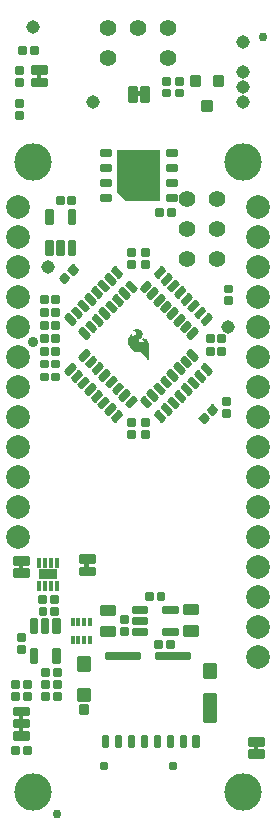
<source format=gbs>
G04 EAGLE Gerber RS-274X export*
G75*
%MOMM*%
%FSLAX34Y34*%
%LPD*%
%INSoldermask Bottom*%
%IPPOS*%
%AMOC8*
5,1,8,0,0,1.08239X$1,22.5*%
G01*
%ADD10C,2.006600*%
%ADD11C,0.777000*%
%ADD12C,0.223409*%
%ADD13C,0.225369*%
%ADD14C,0.228344*%
%ADD15R,0.440000X0.840000*%
%ADD16R,1.520000X0.940000*%
%ADD17C,3.175000*%
%ADD18C,0.762000*%
%ADD19C,0.225719*%
%ADD20C,0.228688*%
%ADD21C,0.235400*%
%ADD22C,1.397000*%
%ADD23C,0.231750*%
%ADD24C,0.230800*%
%ADD25C,1.143000*%
%ADD26C,0.889000*%
%ADD27R,0.400000X0.770000*%

G36*
X132316Y526506D02*
X132316Y526506D01*
X132333Y526503D01*
X132383Y526525D01*
X132434Y526540D01*
X132445Y526553D01*
X132461Y526560D01*
X132491Y526605D01*
X132526Y526645D01*
X132529Y526662D01*
X132538Y526677D01*
X132549Y526750D01*
X132549Y569000D01*
X132544Y569016D01*
X132547Y569033D01*
X132525Y569083D01*
X132510Y569134D01*
X132497Y569145D01*
X132490Y569161D01*
X132445Y569191D01*
X132405Y569226D01*
X132388Y569229D01*
X132374Y569238D01*
X132300Y569249D01*
X96300Y569249D01*
X96284Y569244D01*
X96267Y569247D01*
X96217Y569225D01*
X96166Y569210D01*
X96155Y569197D01*
X96139Y569190D01*
X96109Y569145D01*
X96074Y569105D01*
X96071Y569088D01*
X96062Y569074D01*
X96051Y569000D01*
X96051Y533250D01*
X96068Y533192D01*
X96080Y533134D01*
X96088Y533122D01*
X96090Y533116D01*
X96098Y533109D01*
X96124Y533074D01*
X102624Y526574D01*
X102676Y526545D01*
X102727Y526512D01*
X102741Y526510D01*
X102746Y526507D01*
X102757Y526507D01*
X102800Y526501D01*
X132300Y526501D01*
X132316Y526506D01*
G37*
G36*
X122605Y391722D02*
X122605Y391722D01*
X122631Y391723D01*
X122685Y391753D01*
X122743Y391775D01*
X122760Y391794D01*
X122783Y391806D01*
X122818Y391857D01*
X122860Y391902D01*
X122868Y391927D01*
X122883Y391948D01*
X122899Y392032D01*
X122910Y392068D01*
X122908Y392078D01*
X122910Y392090D01*
X122910Y405790D01*
X122906Y405810D01*
X122907Y405837D01*
X122807Y406637D01*
X122799Y406661D01*
X122796Y406694D01*
X122596Y407394D01*
X122577Y407428D01*
X122556Y407486D01*
X121956Y408486D01*
X121936Y408506D01*
X121868Y408587D01*
X121368Y408987D01*
X121363Y408989D01*
X121358Y408994D01*
X120958Y409294D01*
X120923Y409309D01*
X120871Y409343D01*
X120371Y409543D01*
X120342Y409547D01*
X120305Y409563D01*
X119805Y409663D01*
X119799Y409663D01*
X119793Y409665D01*
X119193Y409765D01*
X119166Y409763D01*
X119130Y409770D01*
X117930Y409770D01*
X117915Y409767D01*
X117900Y409769D01*
X117768Y409732D01*
X117761Y409731D01*
X117761Y409730D01*
X117760Y409730D01*
X117384Y409542D01*
X117360Y409530D01*
X117341Y409514D01*
X117317Y409505D01*
X117275Y409459D01*
X117227Y409419D01*
X117217Y409397D01*
X117200Y409378D01*
X117182Y409318D01*
X117156Y409261D01*
X117158Y409236D01*
X117150Y409212D01*
X117161Y409150D01*
X117164Y409088D01*
X117176Y409066D01*
X117180Y409041D01*
X117229Y408968D01*
X117247Y408936D01*
X117255Y408931D01*
X117261Y408921D01*
X117361Y408821D01*
X117393Y408801D01*
X117460Y408750D01*
X117860Y408550D01*
X117883Y408544D01*
X117910Y408529D01*
X118125Y408458D01*
X118598Y407985D01*
X118650Y407828D01*
X118650Y407552D01*
X118585Y407359D01*
X118435Y407132D01*
X117916Y406614D01*
X117521Y406456D01*
X117092Y406370D01*
X116377Y406370D01*
X115686Y406543D01*
X115190Y406874D01*
X114869Y407275D01*
X114710Y407752D01*
X114710Y408321D01*
X114957Y408979D01*
X115599Y409621D01*
X115604Y409630D01*
X115614Y409637D01*
X116414Y410537D01*
X116415Y410539D01*
X116416Y410540D01*
X117116Y411340D01*
X117132Y411369D01*
X117162Y411405D01*
X117662Y412305D01*
X117673Y412343D01*
X117701Y412408D01*
X117901Y413308D01*
X117901Y413310D01*
X117902Y413312D01*
X117901Y413341D01*
X117910Y413390D01*
X117910Y414190D01*
X117902Y414227D01*
X117891Y414310D01*
X117591Y415210D01*
X117572Y415241D01*
X117552Y415292D01*
X117052Y416092D01*
X117031Y416113D01*
X116963Y416190D01*
X116063Y416890D01*
X116039Y416901D01*
X116012Y416924D01*
X114912Y417524D01*
X114893Y417529D01*
X114879Y417539D01*
X114846Y417546D01*
X114798Y417564D01*
X113698Y417764D01*
X113669Y417763D01*
X113630Y417770D01*
X112630Y417770D01*
X112597Y417763D01*
X112548Y417761D01*
X111648Y417561D01*
X111615Y417545D01*
X111560Y417530D01*
X111554Y417527D01*
X110794Y417147D01*
X110160Y416830D01*
X110138Y416812D01*
X110102Y416794D01*
X109702Y416494D01*
X109687Y416476D01*
X109661Y416459D01*
X109561Y416359D01*
X109548Y416337D01*
X109528Y416321D01*
X109502Y416264D01*
X109470Y416212D01*
X109467Y416186D01*
X109457Y416162D01*
X109459Y416101D01*
X109453Y416039D01*
X109462Y416015D01*
X109463Y415989D01*
X109493Y415935D01*
X109515Y415877D01*
X109534Y415860D01*
X109546Y415837D01*
X109597Y415802D01*
X109642Y415760D01*
X109667Y415752D01*
X109688Y415737D01*
X109772Y415721D01*
X109808Y415710D01*
X109818Y415712D01*
X109830Y415710D01*
X109930Y415710D01*
X109945Y415713D01*
X109960Y415711D01*
X110092Y415748D01*
X110099Y415749D01*
X110099Y415750D01*
X110100Y415750D01*
X110220Y415810D01*
X110683Y415810D01*
X111038Y415721D01*
X111046Y415721D01*
X111055Y415717D01*
X111506Y415627D01*
X111829Y415465D01*
X112150Y415225D01*
X112301Y414999D01*
X112378Y414844D01*
X112450Y414628D01*
X112450Y414137D01*
X112377Y413846D01*
X112035Y413332D01*
X111480Y412778D01*
X111110Y412501D01*
X110839Y412320D01*
X110607Y412204D01*
X110497Y412149D01*
X109783Y411970D01*
X109592Y411970D01*
X109435Y412022D01*
X109243Y412215D01*
X109182Y412336D01*
X109110Y412552D01*
X109110Y413390D01*
X109098Y413441D01*
X109097Y413485D01*
X109089Y413499D01*
X109085Y413526D01*
X109075Y413541D01*
X109071Y413559D01*
X109029Y413610D01*
X109014Y413637D01*
X109006Y413642D01*
X108988Y413670D01*
X108972Y413679D01*
X108961Y413692D01*
X108897Y413721D01*
X108885Y413728D01*
X108872Y413737D01*
X108868Y413738D01*
X108837Y413755D01*
X108819Y413756D01*
X108802Y413763D01*
X108746Y413761D01*
X108730Y413764D01*
X108720Y413764D01*
X108710Y413762D01*
X108664Y413764D01*
X108645Y413757D01*
X108629Y413757D01*
X108595Y413738D01*
X108574Y413730D01*
X108552Y413725D01*
X108544Y413718D01*
X108528Y413712D01*
X107728Y413212D01*
X107701Y413185D01*
X107646Y413143D01*
X106846Y412243D01*
X106833Y412220D01*
X106809Y412194D01*
X106109Y411094D01*
X106097Y411060D01*
X106069Y411010D01*
X105569Y409510D01*
X105567Y409488D01*
X105556Y409460D01*
X105256Y407860D01*
X105258Y407824D01*
X105250Y407768D01*
X105350Y406068D01*
X105359Y406037D01*
X105362Y405993D01*
X105862Y404093D01*
X105880Y404061D01*
X105898Y404005D01*
X106898Y402205D01*
X106915Y402187D01*
X106930Y402157D01*
X107630Y401257D01*
X107646Y401243D01*
X107661Y401221D01*
X108461Y400421D01*
X108471Y400415D01*
X108480Y400404D01*
X109280Y399704D01*
X109305Y399690D01*
X109334Y399664D01*
X110334Y399064D01*
X110359Y399056D01*
X110389Y399037D01*
X111389Y398637D01*
X111408Y398634D01*
X111430Y398623D01*
X112530Y398323D01*
X112547Y398323D01*
X112568Y398315D01*
X113768Y398115D01*
X113794Y398117D01*
X113830Y398110D01*
X115699Y398110D01*
X116196Y398027D01*
X117094Y397488D01*
X118051Y396532D01*
X119241Y395143D01*
X119252Y395135D01*
X119261Y395121D01*
X120449Y393933D01*
X120938Y393347D01*
X120950Y393337D01*
X120961Y393321D01*
X121428Y392854D01*
X121704Y392394D01*
X121729Y392368D01*
X121761Y392321D01*
X122261Y391821D01*
X122283Y391808D01*
X122299Y391788D01*
X122356Y391762D01*
X122408Y391730D01*
X122434Y391727D01*
X122458Y391717D01*
X122519Y391719D01*
X122581Y391713D01*
X122605Y391722D01*
G37*
G36*
X31335Y629472D02*
X31335Y629472D01*
X31401Y629474D01*
X31444Y629492D01*
X31491Y629500D01*
X31548Y629534D01*
X31608Y629559D01*
X31643Y629590D01*
X31684Y629615D01*
X31726Y629666D01*
X31774Y629710D01*
X31796Y629752D01*
X31825Y629789D01*
X31846Y629851D01*
X31877Y629910D01*
X31885Y629964D01*
X31897Y630001D01*
X31896Y630041D01*
X31904Y630095D01*
X31904Y633905D01*
X31893Y633970D01*
X31891Y634036D01*
X31873Y634079D01*
X31865Y634126D01*
X31831Y634183D01*
X31806Y634243D01*
X31775Y634278D01*
X31750Y634319D01*
X31699Y634361D01*
X31655Y634409D01*
X31613Y634431D01*
X31576Y634460D01*
X31514Y634481D01*
X31455Y634512D01*
X31401Y634520D01*
X31364Y634532D01*
X31324Y634531D01*
X31270Y634539D01*
X28730Y634539D01*
X28665Y634528D01*
X28599Y634526D01*
X28556Y634508D01*
X28509Y634500D01*
X28452Y634466D01*
X28392Y634441D01*
X28357Y634410D01*
X28316Y634385D01*
X28275Y634334D01*
X28226Y634290D01*
X28204Y634248D01*
X28175Y634211D01*
X28154Y634149D01*
X28123Y634090D01*
X28115Y634036D01*
X28103Y633999D01*
X28103Y633995D01*
X28103Y633994D01*
X28104Y633959D01*
X28096Y633905D01*
X28096Y630095D01*
X28107Y630030D01*
X28109Y629964D01*
X28127Y629921D01*
X28135Y629874D01*
X28169Y629817D01*
X28194Y629757D01*
X28225Y629722D01*
X28250Y629681D01*
X28301Y629640D01*
X28345Y629591D01*
X28387Y629569D01*
X28424Y629540D01*
X28486Y629519D01*
X28545Y629488D01*
X28599Y629480D01*
X28636Y629468D01*
X28676Y629469D01*
X28730Y629461D01*
X31270Y629461D01*
X31335Y629472D01*
G37*
G36*
X71835Y215472D02*
X71835Y215472D01*
X71901Y215474D01*
X71944Y215492D01*
X71991Y215500D01*
X72048Y215534D01*
X72108Y215559D01*
X72143Y215590D01*
X72184Y215615D01*
X72226Y215666D01*
X72274Y215710D01*
X72296Y215752D01*
X72325Y215789D01*
X72346Y215851D01*
X72377Y215910D01*
X72385Y215964D01*
X72397Y216001D01*
X72396Y216041D01*
X72404Y216095D01*
X72404Y219905D01*
X72393Y219970D01*
X72391Y220036D01*
X72373Y220079D01*
X72365Y220126D01*
X72331Y220183D01*
X72306Y220243D01*
X72275Y220278D01*
X72250Y220319D01*
X72199Y220361D01*
X72155Y220409D01*
X72113Y220431D01*
X72076Y220460D01*
X72014Y220481D01*
X71955Y220512D01*
X71901Y220520D01*
X71864Y220532D01*
X71824Y220531D01*
X71770Y220539D01*
X69230Y220539D01*
X69165Y220528D01*
X69099Y220526D01*
X69056Y220508D01*
X69009Y220500D01*
X68952Y220466D01*
X68892Y220441D01*
X68857Y220410D01*
X68816Y220385D01*
X68775Y220334D01*
X68726Y220290D01*
X68704Y220248D01*
X68675Y220211D01*
X68654Y220149D01*
X68623Y220090D01*
X68615Y220036D01*
X68603Y219999D01*
X68603Y219995D01*
X68603Y219994D01*
X68604Y219959D01*
X68596Y219905D01*
X68596Y216095D01*
X68607Y216030D01*
X68609Y215964D01*
X68627Y215921D01*
X68635Y215874D01*
X68669Y215817D01*
X68694Y215757D01*
X68725Y215722D01*
X68750Y215681D01*
X68801Y215640D01*
X68845Y215591D01*
X68887Y215569D01*
X68924Y215540D01*
X68986Y215519D01*
X69045Y215488D01*
X69099Y215480D01*
X69136Y215468D01*
X69176Y215469D01*
X69230Y215461D01*
X71770Y215461D01*
X71835Y215472D01*
G37*
G36*
X16215Y214032D02*
X16215Y214032D01*
X16281Y214034D01*
X16324Y214052D01*
X16371Y214060D01*
X16428Y214094D01*
X16488Y214119D01*
X16523Y214150D01*
X16564Y214175D01*
X16606Y214226D01*
X16654Y214270D01*
X16676Y214312D01*
X16705Y214349D01*
X16726Y214411D01*
X16757Y214470D01*
X16765Y214524D01*
X16777Y214561D01*
X16776Y214601D01*
X16784Y214655D01*
X16784Y218465D01*
X16773Y218530D01*
X16771Y218596D01*
X16753Y218639D01*
X16745Y218686D01*
X16711Y218743D01*
X16686Y218803D01*
X16655Y218838D01*
X16630Y218879D01*
X16579Y218921D01*
X16535Y218969D01*
X16493Y218991D01*
X16456Y219020D01*
X16394Y219041D01*
X16335Y219072D01*
X16281Y219080D01*
X16244Y219092D01*
X16204Y219091D01*
X16150Y219099D01*
X13610Y219099D01*
X13545Y219088D01*
X13479Y219086D01*
X13436Y219068D01*
X13389Y219060D01*
X13332Y219026D01*
X13272Y219001D01*
X13237Y218970D01*
X13196Y218945D01*
X13155Y218894D01*
X13106Y218850D01*
X13084Y218808D01*
X13055Y218771D01*
X13034Y218709D01*
X13003Y218650D01*
X12995Y218596D01*
X12983Y218559D01*
X12983Y218555D01*
X12983Y218554D01*
X12984Y218519D01*
X12976Y218465D01*
X12976Y214655D01*
X12987Y214590D01*
X12989Y214524D01*
X13007Y214481D01*
X13015Y214434D01*
X13049Y214377D01*
X13074Y214317D01*
X13105Y214282D01*
X13130Y214241D01*
X13181Y214200D01*
X13225Y214151D01*
X13267Y214129D01*
X13304Y214100D01*
X13366Y214079D01*
X13425Y214048D01*
X13479Y214040D01*
X13516Y214028D01*
X13556Y214029D01*
X13610Y214021D01*
X16150Y214021D01*
X16215Y214032D01*
G37*
G36*
X16335Y86552D02*
X16335Y86552D01*
X16401Y86554D01*
X16444Y86572D01*
X16491Y86580D01*
X16548Y86614D01*
X16608Y86639D01*
X16643Y86670D01*
X16684Y86695D01*
X16726Y86746D01*
X16774Y86790D01*
X16796Y86832D01*
X16825Y86869D01*
X16846Y86931D01*
X16877Y86990D01*
X16885Y87044D01*
X16897Y87081D01*
X16896Y87121D01*
X16904Y87175D01*
X16904Y90985D01*
X16893Y91050D01*
X16891Y91116D01*
X16873Y91159D01*
X16865Y91206D01*
X16831Y91263D01*
X16806Y91323D01*
X16775Y91358D01*
X16750Y91399D01*
X16699Y91441D01*
X16655Y91489D01*
X16613Y91511D01*
X16576Y91540D01*
X16514Y91561D01*
X16455Y91592D01*
X16401Y91600D01*
X16364Y91612D01*
X16324Y91611D01*
X16270Y91619D01*
X13730Y91619D01*
X13665Y91608D01*
X13599Y91606D01*
X13556Y91588D01*
X13509Y91580D01*
X13452Y91546D01*
X13392Y91521D01*
X13357Y91490D01*
X13316Y91465D01*
X13275Y91414D01*
X13226Y91370D01*
X13204Y91328D01*
X13175Y91291D01*
X13154Y91229D01*
X13123Y91170D01*
X13115Y91116D01*
X13103Y91079D01*
X13103Y91075D01*
X13103Y91074D01*
X13104Y91039D01*
X13096Y90985D01*
X13096Y87175D01*
X13107Y87110D01*
X13109Y87044D01*
X13127Y87001D01*
X13135Y86954D01*
X13169Y86897D01*
X13194Y86837D01*
X13225Y86802D01*
X13250Y86761D01*
X13301Y86720D01*
X13345Y86671D01*
X13387Y86649D01*
X13424Y86620D01*
X13486Y86599D01*
X13545Y86568D01*
X13599Y86560D01*
X13636Y86548D01*
X13676Y86549D01*
X13730Y86541D01*
X16270Y86541D01*
X16335Y86552D01*
G37*
G36*
X16335Y76392D02*
X16335Y76392D01*
X16401Y76394D01*
X16444Y76412D01*
X16491Y76420D01*
X16548Y76454D01*
X16608Y76479D01*
X16643Y76510D01*
X16684Y76535D01*
X16726Y76586D01*
X16774Y76630D01*
X16796Y76672D01*
X16825Y76709D01*
X16846Y76771D01*
X16877Y76830D01*
X16885Y76884D01*
X16897Y76921D01*
X16896Y76961D01*
X16904Y77015D01*
X16904Y80825D01*
X16893Y80890D01*
X16891Y80956D01*
X16873Y80999D01*
X16865Y81046D01*
X16831Y81103D01*
X16806Y81163D01*
X16775Y81198D01*
X16750Y81239D01*
X16699Y81281D01*
X16655Y81329D01*
X16613Y81351D01*
X16576Y81380D01*
X16514Y81401D01*
X16455Y81432D01*
X16401Y81440D01*
X16364Y81452D01*
X16324Y81451D01*
X16270Y81459D01*
X13730Y81459D01*
X13665Y81448D01*
X13599Y81446D01*
X13556Y81428D01*
X13509Y81420D01*
X13452Y81386D01*
X13392Y81361D01*
X13357Y81330D01*
X13316Y81305D01*
X13275Y81254D01*
X13226Y81210D01*
X13204Y81168D01*
X13175Y81131D01*
X13154Y81069D01*
X13123Y81010D01*
X13115Y80956D01*
X13103Y80919D01*
X13103Y80915D01*
X13103Y80914D01*
X13104Y80879D01*
X13096Y80825D01*
X13096Y77015D01*
X13107Y76950D01*
X13109Y76884D01*
X13127Y76841D01*
X13135Y76794D01*
X13169Y76737D01*
X13194Y76677D01*
X13225Y76642D01*
X13250Y76601D01*
X13301Y76560D01*
X13345Y76511D01*
X13387Y76489D01*
X13424Y76460D01*
X13486Y76439D01*
X13545Y76408D01*
X13599Y76400D01*
X13636Y76388D01*
X13676Y76389D01*
X13730Y76381D01*
X16270Y76381D01*
X16335Y76392D01*
G37*
G36*
X214955Y60844D02*
X214955Y60844D01*
X215021Y60846D01*
X215064Y60864D01*
X215111Y60872D01*
X215168Y60906D01*
X215228Y60931D01*
X215263Y60962D01*
X215304Y60987D01*
X215346Y61038D01*
X215394Y61082D01*
X215416Y61124D01*
X215445Y61161D01*
X215466Y61223D01*
X215497Y61282D01*
X215505Y61336D01*
X215517Y61373D01*
X215516Y61413D01*
X215524Y61467D01*
X215524Y65277D01*
X215513Y65342D01*
X215511Y65408D01*
X215493Y65451D01*
X215485Y65498D01*
X215451Y65555D01*
X215426Y65615D01*
X215395Y65650D01*
X215370Y65691D01*
X215319Y65733D01*
X215275Y65781D01*
X215233Y65803D01*
X215196Y65832D01*
X215134Y65853D01*
X215075Y65884D01*
X215021Y65892D01*
X214984Y65904D01*
X214944Y65903D01*
X214890Y65911D01*
X212350Y65911D01*
X212285Y65900D01*
X212219Y65898D01*
X212176Y65880D01*
X212129Y65872D01*
X212072Y65838D01*
X212012Y65813D01*
X211977Y65782D01*
X211936Y65757D01*
X211895Y65706D01*
X211846Y65662D01*
X211824Y65620D01*
X211795Y65583D01*
X211774Y65521D01*
X211743Y65462D01*
X211735Y65408D01*
X211723Y65371D01*
X211723Y65367D01*
X211723Y65366D01*
X211724Y65331D01*
X211716Y65277D01*
X211716Y61467D01*
X211727Y61402D01*
X211729Y61336D01*
X211747Y61293D01*
X211755Y61246D01*
X211789Y61189D01*
X211814Y61129D01*
X211845Y61094D01*
X211870Y61053D01*
X211921Y61012D01*
X211965Y60963D01*
X212007Y60941D01*
X212044Y60912D01*
X212106Y60891D01*
X212165Y60860D01*
X212219Y60852D01*
X212256Y60840D01*
X212296Y60841D01*
X212350Y60833D01*
X214890Y60833D01*
X214955Y60844D01*
G37*
G36*
X116270Y615107D02*
X116270Y615107D01*
X116336Y615109D01*
X116379Y615127D01*
X116426Y615135D01*
X116483Y615169D01*
X116543Y615194D01*
X116578Y615225D01*
X116619Y615250D01*
X116661Y615301D01*
X116709Y615345D01*
X116731Y615387D01*
X116760Y615424D01*
X116781Y615486D01*
X116812Y615545D01*
X116820Y615599D01*
X116832Y615636D01*
X116831Y615676D01*
X116839Y615730D01*
X116839Y618270D01*
X116828Y618335D01*
X116826Y618401D01*
X116808Y618444D01*
X116800Y618491D01*
X116766Y618548D01*
X116741Y618608D01*
X116710Y618643D01*
X116685Y618684D01*
X116634Y618726D01*
X116590Y618774D01*
X116548Y618796D01*
X116511Y618825D01*
X116449Y618846D01*
X116390Y618877D01*
X116336Y618885D01*
X116299Y618897D01*
X116259Y618896D01*
X116205Y618904D01*
X112395Y618904D01*
X112330Y618893D01*
X112264Y618891D01*
X112221Y618873D01*
X112174Y618865D01*
X112117Y618831D01*
X112057Y618806D01*
X112022Y618775D01*
X111981Y618750D01*
X111940Y618699D01*
X111891Y618655D01*
X111869Y618613D01*
X111840Y618576D01*
X111819Y618514D01*
X111788Y618455D01*
X111780Y618401D01*
X111768Y618364D01*
X111768Y618361D01*
X111769Y618324D01*
X111761Y618270D01*
X111761Y615730D01*
X111772Y615665D01*
X111774Y615599D01*
X111792Y615556D01*
X111800Y615509D01*
X111834Y615452D01*
X111859Y615392D01*
X111890Y615357D01*
X111915Y615316D01*
X111966Y615275D01*
X112010Y615226D01*
X112052Y615204D01*
X112089Y615175D01*
X112151Y615154D01*
X112210Y615123D01*
X112264Y615115D01*
X112301Y615103D01*
X112341Y615104D01*
X112395Y615096D01*
X116205Y615096D01*
X116270Y615107D01*
G37*
D10*
X215900Y520700D03*
X215900Y495300D03*
X215900Y469900D03*
X215900Y444500D03*
X215900Y419100D03*
X215900Y393700D03*
X215900Y368300D03*
X215900Y342900D03*
X215900Y317500D03*
X215900Y292100D03*
X215900Y266700D03*
X215900Y241300D03*
X215900Y215900D03*
X215900Y190500D03*
X215900Y165100D03*
X215900Y139700D03*
X12700Y241300D03*
X12700Y266700D03*
X12700Y292100D03*
X12700Y317500D03*
X12700Y342900D03*
X12700Y368300D03*
X12700Y393700D03*
X12700Y419100D03*
X12700Y444500D03*
X12700Y469900D03*
X12700Y495300D03*
X12700Y520700D03*
D11*
X85400Y47526D03*
X143200Y47526D03*
D12*
X120517Y159232D02*
X120517Y163768D01*
X120517Y159232D02*
X109481Y159232D01*
X109481Y163768D01*
X120517Y163768D01*
X120517Y161354D02*
X109481Y161354D01*
X109481Y163476D02*
X120517Y163476D01*
X120517Y168732D02*
X120517Y173268D01*
X120517Y168732D02*
X109481Y168732D01*
X109481Y173268D01*
X120517Y173268D01*
X120517Y170854D02*
X109481Y170854D01*
X109481Y172976D02*
X120517Y172976D01*
X120517Y178232D02*
X120517Y182768D01*
X120517Y178232D02*
X109481Y178232D01*
X109481Y182768D01*
X120517Y182768D01*
X120517Y180354D02*
X109481Y180354D01*
X109481Y182476D02*
X120517Y182476D01*
X146519Y182768D02*
X146519Y178232D01*
X135483Y178232D01*
X135483Y182768D01*
X146519Y182768D01*
X146519Y180354D02*
X135483Y180354D01*
X135483Y182476D02*
X146519Y182476D01*
X146519Y163768D02*
X146519Y159232D01*
X135483Y159232D01*
X135483Y163768D01*
X146519Y163768D01*
X146519Y161354D02*
X135483Y161354D01*
X135483Y163476D02*
X146519Y163476D01*
X27748Y161563D02*
X23212Y161563D01*
X23212Y172599D01*
X27748Y172599D01*
X27748Y161563D01*
X27748Y163685D02*
X23212Y163685D01*
X23212Y165807D02*
X27748Y165807D01*
X27748Y167929D02*
X23212Y167929D01*
X23212Y170051D02*
X27748Y170051D01*
X27748Y172173D02*
X23212Y172173D01*
X32712Y161563D02*
X37248Y161563D01*
X32712Y161563D02*
X32712Y172599D01*
X37248Y172599D01*
X37248Y161563D01*
X37248Y163685D02*
X32712Y163685D01*
X32712Y165807D02*
X37248Y165807D01*
X37248Y167929D02*
X32712Y167929D01*
X32712Y170051D02*
X37248Y170051D01*
X37248Y172173D02*
X32712Y172173D01*
X42212Y161563D02*
X46748Y161563D01*
X42212Y161563D02*
X42212Y172599D01*
X46748Y172599D01*
X46748Y161563D01*
X46748Y163685D02*
X42212Y163685D01*
X42212Y165807D02*
X46748Y165807D01*
X46748Y167929D02*
X42212Y167929D01*
X42212Y170051D02*
X46748Y170051D01*
X46748Y172173D02*
X42212Y172173D01*
X42212Y135561D02*
X46748Y135561D01*
X42212Y135561D02*
X42212Y146597D01*
X46748Y146597D01*
X46748Y135561D01*
X46748Y137683D02*
X42212Y137683D01*
X42212Y139805D02*
X46748Y139805D01*
X46748Y141927D02*
X42212Y141927D01*
X42212Y144049D02*
X46748Y144049D01*
X46748Y146171D02*
X42212Y146171D01*
X27748Y135561D02*
X23212Y135561D01*
X23212Y146597D01*
X27748Y146597D01*
X27748Y135561D01*
X27748Y137683D02*
X23212Y137683D01*
X23212Y139805D02*
X27748Y139805D01*
X27748Y141927D02*
X23212Y141927D01*
X23212Y144049D02*
X27748Y144049D01*
X27748Y146171D02*
X23212Y146171D01*
D13*
X42552Y129648D02*
X47568Y129648D01*
X47568Y124632D01*
X42552Y124632D01*
X42552Y129648D01*
X42552Y126773D02*
X47568Y126773D01*
X47568Y128914D02*
X42552Y128914D01*
X37568Y129648D02*
X32552Y129648D01*
X37568Y129648D02*
X37568Y124632D01*
X32552Y124632D01*
X32552Y129648D01*
X32552Y126773D02*
X37568Y126773D01*
X37568Y128914D02*
X32552Y128914D01*
X40572Y181128D02*
X45588Y181128D01*
X45588Y176112D01*
X40572Y176112D01*
X40572Y181128D01*
X40572Y178253D02*
X45588Y178253D01*
X45588Y180394D02*
X40572Y180394D01*
X35588Y181128D02*
X30572Y181128D01*
X35588Y181128D02*
X35588Y176112D01*
X30572Y176112D01*
X30572Y181128D01*
X30572Y178253D02*
X35588Y178253D01*
X35588Y180394D02*
X30572Y180394D01*
X32492Y114492D02*
X37508Y114492D01*
X32492Y114492D02*
X32492Y119508D01*
X37508Y119508D01*
X37508Y114492D01*
X37508Y116633D02*
X32492Y116633D01*
X32492Y118774D02*
X37508Y118774D01*
X42492Y114492D02*
X47508Y114492D01*
X42492Y114492D02*
X42492Y119508D01*
X47508Y119508D01*
X47508Y114492D01*
X47508Y116633D02*
X42492Y116633D01*
X42492Y118774D02*
X47508Y118774D01*
X12672Y154432D02*
X12672Y159448D01*
X17688Y159448D01*
X17688Y154432D01*
X12672Y154432D01*
X12672Y156573D02*
X17688Y156573D01*
X17688Y158714D02*
X12672Y158714D01*
X12672Y149448D02*
X12672Y144432D01*
X12672Y149448D02*
X17688Y149448D01*
X17688Y144432D01*
X12672Y144432D01*
X12672Y146573D02*
X17688Y146573D01*
X17688Y148714D02*
X12672Y148714D01*
D14*
X9036Y218971D02*
X9036Y224563D01*
X20724Y224563D01*
X20724Y218971D01*
X9036Y218971D01*
X9036Y221140D02*
X20724Y221140D01*
X20724Y223309D02*
X9036Y223309D01*
X9036Y214149D02*
X9036Y208557D01*
X9036Y214149D02*
X20724Y214149D01*
X20724Y208557D01*
X9036Y208557D01*
X9036Y210726D02*
X20724Y210726D01*
X20724Y212895D02*
X9036Y212895D01*
D15*
X45500Y219900D03*
X40500Y219900D03*
X35500Y219900D03*
X30500Y219900D03*
X30500Y199900D03*
X35500Y199900D03*
X40500Y199900D03*
X45500Y199900D03*
D16*
X38000Y210000D03*
D13*
X35508Y186492D02*
X30492Y186492D01*
X30492Y191508D01*
X35508Y191508D01*
X35508Y186492D01*
X35508Y188633D02*
X30492Y188633D01*
X30492Y190774D02*
X35508Y190774D01*
X40492Y186492D02*
X45508Y186492D01*
X40492Y186492D02*
X40492Y191508D01*
X45508Y191508D01*
X45508Y186492D01*
X45508Y188633D02*
X40492Y188633D01*
X40492Y190774D02*
X45508Y190774D01*
D14*
X207776Y71375D02*
X207776Y65783D01*
X207776Y71375D02*
X219464Y71375D01*
X219464Y65783D01*
X207776Y65783D01*
X207776Y67952D02*
X219464Y67952D01*
X219464Y70121D02*
X207776Y70121D01*
X207776Y60961D02*
X207776Y55369D01*
X207776Y60961D02*
X219464Y60961D01*
X219464Y55369D01*
X207776Y55369D01*
X207776Y57538D02*
X219464Y57538D01*
X219464Y59707D02*
X207776Y59707D01*
X9156Y91618D02*
X9156Y97210D01*
X20844Y97210D01*
X20844Y91618D01*
X9156Y91618D01*
X9156Y93787D02*
X20844Y93787D01*
X20844Y95956D02*
X9156Y95956D01*
X9156Y86796D02*
X9156Y81204D01*
X9156Y86796D02*
X20844Y86796D01*
X20844Y81204D01*
X9156Y81204D01*
X9156Y83373D02*
X20844Y83373D01*
X20844Y85542D02*
X9156Y85542D01*
X9156Y76382D02*
X9156Y70790D01*
X9156Y76382D02*
X20844Y76382D01*
X20844Y70790D01*
X9156Y70790D01*
X9156Y72959D02*
X20844Y72959D01*
X20844Y75128D02*
X9156Y75128D01*
D13*
X17492Y63508D02*
X22508Y63508D01*
X22508Y58492D01*
X17492Y58492D01*
X17492Y63508D01*
X17492Y60633D02*
X22508Y60633D01*
X22508Y62774D02*
X17492Y62774D01*
X12508Y63508D02*
X7492Y63508D01*
X12508Y63508D02*
X12508Y58492D01*
X7492Y58492D01*
X7492Y63508D01*
X7492Y60633D02*
X12508Y60633D01*
X12508Y62774D02*
X7492Y62774D01*
X17492Y109508D02*
X22508Y109508D01*
X22508Y104492D01*
X17492Y104492D01*
X17492Y109508D01*
X17492Y106633D02*
X22508Y106633D01*
X22508Y108774D02*
X17492Y108774D01*
X12508Y109508D02*
X7492Y109508D01*
X12508Y109508D02*
X12508Y104492D01*
X7492Y104492D01*
X7492Y109508D01*
X7492Y106633D02*
X12508Y106633D01*
X12508Y108774D02*
X7492Y108774D01*
D17*
X25400Y25400D03*
X203200Y25400D03*
D18*
X45000Y7500D03*
X220000Y665000D03*
D19*
X87919Y73449D02*
X87919Y64435D01*
X83905Y64435D01*
X83905Y73449D01*
X87919Y73449D01*
X87919Y66579D02*
X83905Y66579D01*
X83905Y68723D02*
X87919Y68723D01*
X87919Y70867D02*
X83905Y70867D01*
X83905Y73011D02*
X87919Y73011D01*
X98919Y73449D02*
X98919Y64435D01*
X94905Y64435D01*
X94905Y73449D01*
X98919Y73449D01*
X98919Y66579D02*
X94905Y66579D01*
X94905Y68723D02*
X98919Y68723D01*
X98919Y70867D02*
X94905Y70867D01*
X94905Y73011D02*
X98919Y73011D01*
X109919Y73449D02*
X109919Y64435D01*
X105905Y64435D01*
X105905Y73449D01*
X109919Y73449D01*
X109919Y66579D02*
X105905Y66579D01*
X105905Y68723D02*
X109919Y68723D01*
X109919Y70867D02*
X105905Y70867D01*
X105905Y73011D02*
X109919Y73011D01*
X120919Y73449D02*
X120919Y64435D01*
X116905Y64435D01*
X116905Y73449D01*
X120919Y73449D01*
X120919Y66579D02*
X116905Y66579D01*
X116905Y68723D02*
X120919Y68723D01*
X120919Y70867D02*
X116905Y70867D01*
X116905Y73011D02*
X120919Y73011D01*
X131919Y73449D02*
X131919Y64435D01*
X127905Y64435D01*
X127905Y73449D01*
X131919Y73449D01*
X131919Y66579D02*
X127905Y66579D01*
X127905Y68723D02*
X131919Y68723D01*
X131919Y70867D02*
X127905Y70867D01*
X127905Y73011D02*
X131919Y73011D01*
X142919Y73449D02*
X142919Y64435D01*
X138905Y64435D01*
X138905Y73449D01*
X142919Y73449D01*
X142919Y66579D02*
X138905Y66579D01*
X138905Y68723D02*
X142919Y68723D01*
X142919Y70867D02*
X138905Y70867D01*
X138905Y73011D02*
X142919Y73011D01*
X153919Y73449D02*
X153919Y64435D01*
X149905Y64435D01*
X149905Y73449D01*
X153919Y73449D01*
X153919Y66579D02*
X149905Y66579D01*
X149905Y68723D02*
X153919Y68723D01*
X153919Y70867D02*
X149905Y70867D01*
X149905Y73011D02*
X153919Y73011D01*
X164919Y73449D02*
X164919Y64435D01*
X160905Y64435D01*
X160905Y73449D01*
X164919Y73449D01*
X164919Y66579D02*
X160905Y66579D01*
X160905Y68723D02*
X164919Y68723D01*
X164919Y70867D02*
X160905Y70867D01*
X160905Y73011D02*
X164919Y73011D01*
D20*
X71004Y92350D02*
X64820Y92350D01*
X64820Y99134D01*
X71004Y99134D01*
X71004Y92350D01*
X71004Y94523D02*
X64820Y94523D01*
X64820Y96696D02*
X71004Y96696D01*
X71004Y98869D02*
X64820Y98869D01*
D21*
X72620Y103584D02*
X72620Y113300D01*
X72620Y103584D02*
X63204Y103584D01*
X63204Y113300D01*
X72620Y113300D01*
X72620Y105820D02*
X63204Y105820D01*
X63204Y108056D02*
X72620Y108056D01*
X72620Y110292D02*
X63204Y110292D01*
X63204Y112528D02*
X72620Y112528D01*
X72620Y129084D02*
X72620Y140000D01*
X72620Y129084D02*
X63204Y129084D01*
X63204Y140000D01*
X72620Y140000D01*
X72620Y131320D02*
X63204Y131320D01*
X63204Y133556D02*
X72620Y133556D01*
X72620Y135792D02*
X63204Y135792D01*
X63204Y138028D02*
X72620Y138028D01*
X179370Y134300D02*
X179370Y123384D01*
X169954Y123384D01*
X169954Y134300D01*
X179370Y134300D01*
X179370Y125620D02*
X169954Y125620D01*
X169954Y127856D02*
X179370Y127856D01*
X179370Y130092D02*
X169954Y130092D01*
X169954Y132328D02*
X179370Y132328D01*
X179370Y108400D02*
X179370Y85584D01*
X169954Y85584D01*
X169954Y108400D01*
X179370Y108400D01*
X179370Y87820D02*
X169954Y87820D01*
X169954Y90056D02*
X179370Y90056D01*
X179370Y92292D02*
X169954Y92292D01*
X169954Y94528D02*
X179370Y94528D01*
X179370Y96764D02*
X169954Y96764D01*
X169954Y99000D02*
X179370Y99000D01*
X179370Y101236D02*
X169954Y101236D01*
X169954Y103472D02*
X179370Y103472D01*
X179370Y105708D02*
X169954Y105708D01*
X169954Y107944D02*
X179370Y107944D01*
D12*
X156930Y143560D02*
X128794Y143560D01*
X156930Y143560D02*
X156930Y139024D01*
X128794Y139024D01*
X128794Y143560D01*
X128794Y141146D02*
X156930Y141146D01*
X156930Y143268D02*
X128794Y143268D01*
X115030Y143560D02*
X86894Y143560D01*
X115030Y143560D02*
X115030Y139024D01*
X86894Y139024D01*
X86894Y143560D01*
X86894Y141146D02*
X115030Y141146D01*
X115030Y143268D02*
X86894Y143268D01*
D19*
X82793Y526943D02*
X82793Y530957D01*
X90307Y530957D01*
X90307Y526943D01*
X82793Y526943D01*
X82793Y529087D02*
X90307Y529087D01*
X82793Y539643D02*
X82793Y543657D01*
X90307Y543657D01*
X90307Y539643D01*
X82793Y539643D01*
X82793Y541787D02*
X90307Y541787D01*
X82793Y552343D02*
X82793Y556357D01*
X90307Y556357D01*
X90307Y552343D01*
X82793Y552343D01*
X82793Y554487D02*
X90307Y554487D01*
X82793Y565043D02*
X82793Y569057D01*
X90307Y569057D01*
X90307Y565043D01*
X82793Y565043D01*
X82793Y567187D02*
X90307Y567187D01*
X138293Y556357D02*
X138293Y552343D01*
X138293Y556357D02*
X145807Y556357D01*
X145807Y552343D01*
X138293Y552343D01*
X138293Y554487D02*
X145807Y554487D01*
X138293Y565043D02*
X138293Y569057D01*
X145807Y569057D01*
X145807Y565043D01*
X138293Y565043D01*
X138293Y567187D02*
X145807Y567187D01*
X138293Y543657D02*
X138293Y539643D01*
X138293Y543657D02*
X145807Y543657D01*
X145807Y539643D01*
X138293Y539643D01*
X138293Y541787D02*
X145807Y541787D01*
X138293Y530957D02*
X138293Y526943D01*
X138293Y530957D02*
X145807Y530957D01*
X145807Y526943D01*
X138293Y526943D01*
X138293Y529087D02*
X145807Y529087D01*
D13*
X192508Y444508D02*
X192508Y439492D01*
X187492Y439492D01*
X187492Y444508D01*
X192508Y444508D01*
X192508Y441633D02*
X187492Y441633D01*
X187492Y443774D02*
X192508Y443774D01*
X192508Y449492D02*
X192508Y454508D01*
X192508Y449492D02*
X187492Y449492D01*
X187492Y454508D01*
X192508Y454508D01*
X192508Y451633D02*
X187492Y451633D01*
X187492Y453774D02*
X192508Y453774D01*
X117492Y341508D02*
X117492Y336492D01*
X117492Y341508D02*
X122508Y341508D01*
X122508Y336492D01*
X117492Y336492D01*
X117492Y338633D02*
X122508Y338633D01*
X122508Y340774D02*
X117492Y340774D01*
X117492Y331508D02*
X117492Y326492D01*
X117492Y331508D02*
X122508Y331508D01*
X122508Y326492D01*
X117492Y326492D01*
X117492Y328633D02*
X122508Y328633D01*
X122508Y330774D02*
X117492Y330774D01*
X46508Y446008D02*
X41492Y446008D01*
X46508Y446008D02*
X46508Y440992D01*
X41492Y440992D01*
X41492Y446008D01*
X41492Y443133D02*
X46508Y443133D01*
X46508Y445274D02*
X41492Y445274D01*
X36508Y446008D02*
X31492Y446008D01*
X36508Y446008D02*
X36508Y440992D01*
X31492Y440992D01*
X31492Y446008D01*
X31492Y443133D02*
X36508Y443133D01*
X36508Y445274D02*
X31492Y445274D01*
X117492Y480492D02*
X117492Y485508D01*
X122508Y485508D01*
X122508Y480492D01*
X117492Y480492D01*
X117492Y482633D02*
X122508Y482633D01*
X122508Y484774D02*
X117492Y484774D01*
X117492Y475508D02*
X117492Y470492D01*
X117492Y475508D02*
X122508Y475508D01*
X122508Y470492D01*
X117492Y470492D01*
X117492Y472633D02*
X122508Y472633D01*
X122508Y474774D02*
X117492Y474774D01*
X185992Y359508D02*
X185992Y354492D01*
X185992Y359508D02*
X191008Y359508D01*
X191008Y354492D01*
X185992Y354492D01*
X185992Y356633D02*
X191008Y356633D01*
X191008Y358774D02*
X185992Y358774D01*
X185992Y349508D02*
X185992Y344492D01*
X185992Y349508D02*
X191008Y349508D01*
X191008Y344492D01*
X185992Y344492D01*
X185992Y346633D02*
X191008Y346633D01*
X191008Y348774D02*
X185992Y348774D01*
X105492Y341508D02*
X105492Y336492D01*
X105492Y341508D02*
X110508Y341508D01*
X110508Y336492D01*
X105492Y336492D01*
X105492Y338633D02*
X110508Y338633D01*
X110508Y340774D02*
X105492Y340774D01*
X105492Y331508D02*
X105492Y326492D01*
X105492Y331508D02*
X110508Y331508D01*
X110508Y326492D01*
X105492Y326492D01*
X105492Y328633D02*
X110508Y328633D01*
X110508Y330774D02*
X105492Y330774D01*
X105492Y480492D02*
X105492Y485508D01*
X110508Y485508D01*
X110508Y480492D01*
X105492Y480492D01*
X105492Y482633D02*
X110508Y482633D01*
X110508Y484774D02*
X105492Y484774D01*
X105492Y475508D02*
X105492Y470492D01*
X105492Y475508D02*
X110508Y475508D01*
X110508Y470492D01*
X105492Y470492D01*
X105492Y472633D02*
X110508Y472633D01*
X110508Y474774D02*
X105492Y474774D01*
X46508Y435008D02*
X41492Y435008D01*
X46508Y435008D02*
X46508Y429992D01*
X41492Y429992D01*
X41492Y435008D01*
X41492Y432133D02*
X46508Y432133D01*
X46508Y434274D02*
X41492Y434274D01*
X36508Y435008D02*
X31492Y435008D01*
X36508Y435008D02*
X36508Y429992D01*
X31492Y429992D01*
X31492Y435008D01*
X31492Y432133D02*
X36508Y432133D01*
X36508Y434274D02*
X31492Y434274D01*
D12*
X55232Y492517D02*
X59768Y492517D01*
X59768Y481481D01*
X55232Y481481D01*
X55232Y492517D01*
X55232Y483603D02*
X59768Y483603D01*
X59768Y485725D02*
X55232Y485725D01*
X55232Y487847D02*
X59768Y487847D01*
X59768Y489969D02*
X55232Y489969D01*
X55232Y492091D02*
X59768Y492091D01*
X50268Y492517D02*
X45732Y492517D01*
X50268Y492517D02*
X50268Y481481D01*
X45732Y481481D01*
X45732Y492517D01*
X45732Y483603D02*
X50268Y483603D01*
X50268Y485725D02*
X45732Y485725D01*
X45732Y487847D02*
X50268Y487847D01*
X50268Y489969D02*
X45732Y489969D01*
X45732Y492091D02*
X50268Y492091D01*
X40768Y492517D02*
X36232Y492517D01*
X40768Y492517D02*
X40768Y481481D01*
X36232Y481481D01*
X36232Y492517D01*
X36232Y483603D02*
X40768Y483603D01*
X40768Y485725D02*
X36232Y485725D01*
X36232Y487847D02*
X40768Y487847D01*
X40768Y489969D02*
X36232Y489969D01*
X36232Y492091D02*
X40768Y492091D01*
X40768Y518519D02*
X36232Y518519D01*
X40768Y518519D02*
X40768Y507483D01*
X36232Y507483D01*
X36232Y518519D01*
X36232Y509605D02*
X40768Y509605D01*
X40768Y511727D02*
X36232Y511727D01*
X36232Y513849D02*
X40768Y513849D01*
X40768Y515971D02*
X36232Y515971D01*
X36232Y518093D02*
X40768Y518093D01*
X55232Y518519D02*
X59768Y518519D01*
X59768Y507483D01*
X55232Y507483D01*
X55232Y518519D01*
X55232Y509605D02*
X59768Y509605D01*
X59768Y511727D02*
X55232Y511727D01*
X55232Y513849D02*
X59768Y513849D01*
X59768Y515971D02*
X55232Y515971D01*
X55232Y518093D02*
X59768Y518093D01*
D13*
X60008Y529508D02*
X54992Y529508D01*
X60008Y529508D02*
X60008Y524492D01*
X54992Y524492D01*
X54992Y529508D01*
X54992Y526633D02*
X60008Y526633D01*
X60008Y528774D02*
X54992Y528774D01*
X50008Y529508D02*
X44992Y529508D01*
X50008Y529508D02*
X50008Y524492D01*
X44992Y524492D01*
X44992Y529508D01*
X44992Y526633D02*
X50008Y526633D01*
X50008Y528774D02*
X44992Y528774D01*
X58536Y471582D02*
X54990Y468036D01*
X58536Y471582D02*
X62082Y468036D01*
X58536Y464490D01*
X54990Y468036D01*
X56395Y466631D02*
X60677Y466631D01*
X61346Y468772D02*
X55726Y468772D01*
X57867Y470913D02*
X59205Y470913D01*
X51464Y464510D02*
X47918Y460964D01*
X51464Y464510D02*
X55010Y460964D01*
X51464Y457418D01*
X47918Y460964D01*
X49323Y459559D02*
X53605Y459559D01*
X54274Y461700D02*
X48654Y461700D01*
X50795Y463841D02*
X52133Y463841D01*
X37508Y104492D02*
X32492Y104492D01*
X32492Y109508D01*
X37508Y109508D01*
X37508Y104492D01*
X37508Y106633D02*
X32492Y106633D01*
X32492Y108774D02*
X37508Y108774D01*
X42492Y104492D02*
X47508Y104492D01*
X42492Y104492D02*
X42492Y109508D01*
X47508Y109508D01*
X47508Y104492D01*
X47508Y106633D02*
X42492Y106633D01*
X42492Y108774D02*
X47508Y108774D01*
X169464Y338918D02*
X173010Y342464D01*
X169464Y338918D02*
X165918Y342464D01*
X169464Y346010D01*
X173010Y342464D01*
X171605Y341059D02*
X167323Y341059D01*
X166654Y343200D02*
X172274Y343200D01*
X170133Y345341D02*
X168795Y345341D01*
X176536Y345990D02*
X180082Y349536D01*
X176536Y345990D02*
X172990Y349536D01*
X176536Y353082D01*
X180082Y349536D01*
X178677Y348131D02*
X174395Y348131D01*
X173726Y350272D02*
X179346Y350272D01*
X177205Y352413D02*
X175867Y352413D01*
X12508Y114492D02*
X7492Y114492D01*
X7492Y119508D01*
X12508Y119508D01*
X12508Y114492D01*
X12508Y116633D02*
X7492Y116633D01*
X7492Y118774D02*
X12508Y118774D01*
X17492Y114492D02*
X22508Y114492D01*
X17492Y114492D02*
X17492Y119508D01*
X22508Y119508D01*
X22508Y114492D01*
X22508Y116633D02*
X17492Y116633D01*
X17492Y118774D02*
X22508Y118774D01*
X120492Y189492D02*
X125508Y189492D01*
X120492Y189492D02*
X120492Y194508D01*
X125508Y194508D01*
X125508Y189492D01*
X125508Y191633D02*
X120492Y191633D01*
X120492Y193774D02*
X125508Y193774D01*
X130492Y189492D02*
X135508Y189492D01*
X130492Y189492D02*
X130492Y194508D01*
X135508Y194508D01*
X135508Y189492D01*
X135508Y191633D02*
X130492Y191633D01*
X130492Y193774D02*
X135508Y193774D01*
X104508Y164508D02*
X104508Y159492D01*
X99492Y159492D01*
X99492Y164508D01*
X104508Y164508D01*
X104508Y161633D02*
X99492Y161633D01*
X99492Y163774D02*
X104508Y163774D01*
X104508Y169492D02*
X104508Y174508D01*
X104508Y169492D02*
X99492Y169492D01*
X99492Y174508D01*
X104508Y174508D01*
X104508Y171633D02*
X99492Y171633D01*
X99492Y173774D02*
X104508Y173774D01*
X138492Y153508D02*
X143508Y153508D01*
X143508Y148492D01*
X138492Y148492D01*
X138492Y153508D01*
X138492Y150633D02*
X143508Y150633D01*
X143508Y152774D02*
X138492Y152774D01*
X133508Y153508D02*
X128492Y153508D01*
X133508Y153508D02*
X133508Y148492D01*
X128492Y148492D01*
X128492Y153508D01*
X128492Y150633D02*
X133508Y150633D01*
X133508Y152774D02*
X128492Y152774D01*
D14*
X35844Y623997D02*
X35844Y629589D01*
X35844Y623997D02*
X24156Y623997D01*
X24156Y629589D01*
X35844Y629589D01*
X35844Y626166D02*
X24156Y626166D01*
X24156Y628335D02*
X35844Y628335D01*
X35844Y634411D02*
X35844Y640003D01*
X35844Y634411D02*
X24156Y634411D01*
X24156Y640003D01*
X35844Y640003D01*
X35844Y636580D02*
X24156Y636580D01*
X24156Y638749D02*
X35844Y638749D01*
D13*
X10492Y611508D02*
X10492Y606492D01*
X10492Y611508D02*
X15508Y611508D01*
X15508Y606492D01*
X10492Y606492D01*
X10492Y608633D02*
X15508Y608633D01*
X15508Y610774D02*
X10492Y610774D01*
X10492Y601508D02*
X10492Y596492D01*
X10492Y601508D02*
X15508Y601508D01*
X15508Y596492D01*
X10492Y596492D01*
X10492Y598633D02*
X15508Y598633D01*
X15508Y600774D02*
X10492Y600774D01*
X10492Y634492D02*
X10492Y639508D01*
X15508Y639508D01*
X15508Y634492D01*
X10492Y634492D01*
X10492Y636633D02*
X15508Y636633D01*
X15508Y638774D02*
X10492Y638774D01*
X10492Y629508D02*
X10492Y624492D01*
X10492Y629508D02*
X15508Y629508D01*
X15508Y624492D01*
X10492Y624492D01*
X10492Y626633D02*
X15508Y626633D01*
X15508Y628774D02*
X10492Y628774D01*
D22*
X180700Y527400D03*
X155300Y527400D03*
X180700Y502000D03*
X155300Y502000D03*
X180700Y476600D03*
X155300Y476600D03*
X88900Y672700D03*
X88900Y647300D03*
X114300Y672700D03*
X139700Y672700D03*
X139700Y647300D03*
D23*
X159024Y624024D02*
X165976Y624024D01*
X159024Y624024D02*
X159024Y631976D01*
X165976Y631976D01*
X165976Y624024D01*
X165976Y626226D02*
X159024Y626226D01*
X159024Y628428D02*
X165976Y628428D01*
X165976Y630630D02*
X159024Y630630D01*
X178024Y624024D02*
X184976Y624024D01*
X178024Y624024D02*
X178024Y631976D01*
X184976Y631976D01*
X184976Y624024D01*
X184976Y626226D02*
X178024Y626226D01*
X178024Y628428D02*
X184976Y628428D01*
X184976Y630630D02*
X178024Y630630D01*
X175476Y603024D02*
X168524Y603024D01*
X168524Y610976D01*
X175476Y610976D01*
X175476Y603024D01*
X175476Y605226D02*
X168524Y605226D01*
X168524Y607428D02*
X175476Y607428D01*
X175476Y609630D02*
X168524Y609630D01*
D24*
X161379Y418229D02*
X163827Y415781D01*
X158199Y410153D01*
X155751Y412601D01*
X161379Y418229D01*
X160392Y412346D02*
X156006Y412346D01*
X157689Y414539D02*
X162585Y414539D01*
X162876Y416732D02*
X159882Y416732D01*
X158170Y421437D02*
X155722Y423885D01*
X158170Y421437D02*
X152542Y415809D01*
X150094Y418257D01*
X155722Y423885D01*
X154735Y418002D02*
X150349Y418002D01*
X152032Y420195D02*
X156928Y420195D01*
X157219Y422388D02*
X154225Y422388D01*
X152513Y427094D02*
X150065Y429542D01*
X152513Y427094D02*
X146885Y421466D01*
X144437Y423914D01*
X150065Y429542D01*
X149078Y423659D02*
X144692Y423659D01*
X146375Y425852D02*
X151271Y425852D01*
X151562Y428045D02*
X148568Y428045D01*
X146856Y432751D02*
X144408Y435199D01*
X146856Y432751D02*
X141228Y427123D01*
X138780Y429571D01*
X144408Y435199D01*
X143421Y429316D02*
X139035Y429316D01*
X140718Y431509D02*
X145614Y431509D01*
X145905Y433702D02*
X142911Y433702D01*
X141199Y438408D02*
X138751Y440856D01*
X141199Y438408D02*
X135571Y432780D01*
X133123Y435228D01*
X138751Y440856D01*
X137764Y434973D02*
X133378Y434973D01*
X135061Y437166D02*
X139957Y437166D01*
X140248Y439359D02*
X137254Y439359D01*
X135542Y444065D02*
X133094Y446513D01*
X135542Y444065D02*
X129914Y438437D01*
X127466Y440885D01*
X133094Y446513D01*
X132107Y440630D02*
X127721Y440630D01*
X129404Y442823D02*
X134300Y442823D01*
X134591Y445016D02*
X131597Y445016D01*
X129885Y449722D02*
X127437Y452170D01*
X129885Y449722D02*
X124257Y444094D01*
X121809Y446542D01*
X127437Y452170D01*
X126450Y446287D02*
X122064Y446287D01*
X123747Y448480D02*
X128643Y448480D01*
X128934Y450673D02*
X125940Y450673D01*
X124229Y455379D02*
X121781Y457827D01*
X124229Y455379D02*
X118601Y449751D01*
X116153Y452199D01*
X121781Y457827D01*
X120794Y451944D02*
X116408Y451944D01*
X118091Y454137D02*
X122987Y454137D01*
X123278Y456330D02*
X120284Y456330D01*
X133801Y469847D02*
X136249Y467399D01*
X130621Y461771D01*
X128173Y464219D01*
X133801Y469847D01*
X132814Y463964D02*
X128428Y463964D01*
X130111Y466157D02*
X135007Y466157D01*
X135298Y468350D02*
X132304Y468350D01*
X139458Y464191D02*
X141906Y461743D01*
X136278Y456115D01*
X133830Y458563D01*
X139458Y464191D01*
X138471Y458308D02*
X134085Y458308D01*
X135768Y460501D02*
X140664Y460501D01*
X140955Y462694D02*
X137961Y462694D01*
X145115Y458534D02*
X147563Y456086D01*
X141935Y450458D01*
X139487Y452906D01*
X145115Y458534D01*
X144128Y452651D02*
X139742Y452651D01*
X141425Y454844D02*
X146321Y454844D01*
X146612Y457037D02*
X143618Y457037D01*
X150772Y452877D02*
X153220Y450429D01*
X147592Y444801D01*
X145144Y447249D01*
X150772Y452877D01*
X149785Y446994D02*
X145399Y446994D01*
X147082Y449187D02*
X151978Y449187D01*
X152269Y451380D02*
X149275Y451380D01*
X156429Y447220D02*
X158877Y444772D01*
X153249Y439144D01*
X150801Y441592D01*
X156429Y447220D01*
X155442Y441337D02*
X151056Y441337D01*
X152739Y443530D02*
X157635Y443530D01*
X157926Y445723D02*
X154932Y445723D01*
X162086Y441563D02*
X164534Y439115D01*
X158906Y433487D01*
X156458Y435935D01*
X162086Y441563D01*
X161099Y435680D02*
X156713Y435680D01*
X158396Y437873D02*
X163292Y437873D01*
X163583Y440066D02*
X160589Y440066D01*
X167743Y435906D02*
X170191Y433458D01*
X164563Y427830D01*
X162115Y430278D01*
X167743Y435906D01*
X166756Y430023D02*
X162370Y430023D01*
X164053Y432216D02*
X168949Y432216D01*
X169240Y434409D02*
X166246Y434409D01*
X173399Y430249D02*
X175847Y427801D01*
X170219Y422173D01*
X167771Y424621D01*
X173399Y430249D01*
X172412Y424366D02*
X168026Y424366D01*
X169709Y426559D02*
X174605Y426559D01*
X174896Y428752D02*
X171902Y428752D01*
X106219Y457827D02*
X103771Y455379D01*
X106219Y457827D02*
X111847Y452199D01*
X109399Y449751D01*
X103771Y455379D01*
X107206Y451944D02*
X111592Y451944D01*
X109909Y454137D02*
X105013Y454137D01*
X104722Y456330D02*
X107716Y456330D01*
X100563Y452170D02*
X98115Y449722D01*
X100563Y452170D02*
X106191Y446542D01*
X103743Y444094D01*
X98115Y449722D01*
X101550Y446287D02*
X105936Y446287D01*
X104253Y448480D02*
X99357Y448480D01*
X99066Y450673D02*
X102060Y450673D01*
X94906Y446513D02*
X92458Y444065D01*
X94906Y446513D02*
X100534Y440885D01*
X98086Y438437D01*
X92458Y444065D01*
X95893Y440630D02*
X100279Y440630D01*
X98596Y442823D02*
X93700Y442823D01*
X93409Y445016D02*
X96403Y445016D01*
X89249Y440856D02*
X86801Y438408D01*
X89249Y440856D02*
X94877Y435228D01*
X92429Y432780D01*
X86801Y438408D01*
X90236Y434973D02*
X94622Y434973D01*
X92939Y437166D02*
X88043Y437166D01*
X87752Y439359D02*
X90746Y439359D01*
X83592Y435199D02*
X81144Y432751D01*
X83592Y435199D02*
X89220Y429571D01*
X86772Y427123D01*
X81144Y432751D01*
X84579Y429316D02*
X88965Y429316D01*
X87282Y431509D02*
X82386Y431509D01*
X82095Y433702D02*
X85089Y433702D01*
X77935Y429542D02*
X75487Y427094D01*
X77935Y429542D02*
X83563Y423914D01*
X81115Y421466D01*
X75487Y427094D01*
X78922Y423659D02*
X83308Y423659D01*
X81625Y425852D02*
X76729Y425852D01*
X76438Y428045D02*
X79432Y428045D01*
X72278Y423885D02*
X69830Y421437D01*
X72278Y423885D02*
X77906Y418257D01*
X75458Y415809D01*
X69830Y421437D01*
X73265Y418002D02*
X77651Y418002D01*
X75968Y420195D02*
X71072Y420195D01*
X70781Y422388D02*
X73775Y422388D01*
X66621Y418229D02*
X64173Y415781D01*
X66621Y418229D02*
X72249Y412601D01*
X69801Y410153D01*
X64173Y415781D01*
X67608Y412346D02*
X71994Y412346D01*
X70311Y414539D02*
X65415Y414539D01*
X65124Y416732D02*
X68118Y416732D01*
X54601Y430249D02*
X52153Y427801D01*
X54601Y430249D02*
X60229Y424621D01*
X57781Y422173D01*
X52153Y427801D01*
X55588Y424366D02*
X59974Y424366D01*
X58291Y426559D02*
X53395Y426559D01*
X53104Y428752D02*
X56098Y428752D01*
X57809Y433458D02*
X60257Y435906D01*
X65885Y430278D01*
X63437Y427830D01*
X57809Y433458D01*
X61244Y430023D02*
X65630Y430023D01*
X63947Y432216D02*
X59051Y432216D01*
X58760Y434409D02*
X61754Y434409D01*
X63466Y439115D02*
X65914Y441563D01*
X71542Y435935D01*
X69094Y433487D01*
X63466Y439115D01*
X66901Y435680D02*
X71287Y435680D01*
X69604Y437873D02*
X64708Y437873D01*
X64417Y440066D02*
X67411Y440066D01*
X69123Y444772D02*
X71571Y447220D01*
X77199Y441592D01*
X74751Y439144D01*
X69123Y444772D01*
X72558Y441337D02*
X76944Y441337D01*
X75261Y443530D02*
X70365Y443530D01*
X70074Y445723D02*
X73068Y445723D01*
X74780Y450429D02*
X77228Y452877D01*
X82856Y447249D01*
X80408Y444801D01*
X74780Y450429D01*
X78215Y446994D02*
X82601Y446994D01*
X80918Y449187D02*
X76022Y449187D01*
X75731Y451380D02*
X78725Y451380D01*
X80437Y456086D02*
X82885Y458534D01*
X88513Y452906D01*
X86065Y450458D01*
X80437Y456086D01*
X83872Y452651D02*
X88258Y452651D01*
X86575Y454844D02*
X81679Y454844D01*
X81388Y457037D02*
X84382Y457037D01*
X86094Y461743D02*
X88542Y464191D01*
X94170Y458563D01*
X91722Y456115D01*
X86094Y461743D01*
X89529Y458308D02*
X93915Y458308D01*
X92232Y460501D02*
X87336Y460501D01*
X87045Y462694D02*
X90039Y462694D01*
X91751Y467399D02*
X94199Y469847D01*
X99827Y464219D01*
X97379Y461771D01*
X91751Y467399D01*
X95186Y463964D02*
X99572Y463964D01*
X97889Y466157D02*
X92993Y466157D01*
X92702Y468350D02*
X95696Y468350D01*
X97379Y348229D02*
X99827Y345781D01*
X94199Y340153D01*
X91751Y342601D01*
X97379Y348229D01*
X96392Y342346D02*
X92006Y342346D01*
X93689Y344539D02*
X98585Y344539D01*
X98876Y346732D02*
X95882Y346732D01*
X94170Y351437D02*
X91722Y353885D01*
X94170Y351437D02*
X88542Y345809D01*
X86094Y348257D01*
X91722Y353885D01*
X90735Y348002D02*
X86349Y348002D01*
X88032Y350195D02*
X92928Y350195D01*
X93219Y352388D02*
X90225Y352388D01*
X88513Y357094D02*
X86065Y359542D01*
X88513Y357094D02*
X82885Y351466D01*
X80437Y353914D01*
X86065Y359542D01*
X85078Y353659D02*
X80692Y353659D01*
X82375Y355852D02*
X87271Y355852D01*
X87562Y358045D02*
X84568Y358045D01*
X82856Y362751D02*
X80408Y365199D01*
X82856Y362751D02*
X77228Y357123D01*
X74780Y359571D01*
X80408Y365199D01*
X79421Y359316D02*
X75035Y359316D01*
X76718Y361509D02*
X81614Y361509D01*
X81905Y363702D02*
X78911Y363702D01*
X77199Y368408D02*
X74751Y370856D01*
X77199Y368408D02*
X71571Y362780D01*
X69123Y365228D01*
X74751Y370856D01*
X73764Y364973D02*
X69378Y364973D01*
X71061Y367166D02*
X75957Y367166D01*
X76248Y369359D02*
X73254Y369359D01*
X71542Y374065D02*
X69094Y376513D01*
X71542Y374065D02*
X65914Y368437D01*
X63466Y370885D01*
X69094Y376513D01*
X68107Y370630D02*
X63721Y370630D01*
X65404Y372823D02*
X70300Y372823D01*
X70591Y375016D02*
X67597Y375016D01*
X65885Y379722D02*
X63437Y382170D01*
X65885Y379722D02*
X60257Y374094D01*
X57809Y376542D01*
X63437Y382170D01*
X62450Y376287D02*
X58064Y376287D01*
X59747Y378480D02*
X64643Y378480D01*
X64934Y380673D02*
X61940Y380673D01*
X60229Y385379D02*
X57781Y387827D01*
X60229Y385379D02*
X54601Y379751D01*
X52153Y382199D01*
X57781Y387827D01*
X56794Y381944D02*
X52408Y381944D01*
X54091Y384137D02*
X58987Y384137D01*
X59278Y386330D02*
X56284Y386330D01*
X69801Y399847D02*
X72249Y397399D01*
X66621Y391771D01*
X64173Y394219D01*
X69801Y399847D01*
X68814Y393964D02*
X64428Y393964D01*
X66111Y396157D02*
X71007Y396157D01*
X71298Y398350D02*
X68304Y398350D01*
X75458Y394191D02*
X77906Y391743D01*
X72278Y386115D01*
X69830Y388563D01*
X75458Y394191D01*
X74471Y388308D02*
X70085Y388308D01*
X71768Y390501D02*
X76664Y390501D01*
X76955Y392694D02*
X73961Y392694D01*
X81115Y388534D02*
X83563Y386086D01*
X77935Y380458D01*
X75487Y382906D01*
X81115Y388534D01*
X80128Y382651D02*
X75742Y382651D01*
X77425Y384844D02*
X82321Y384844D01*
X82612Y387037D02*
X79618Y387037D01*
X86772Y382877D02*
X89220Y380429D01*
X83592Y374801D01*
X81144Y377249D01*
X86772Y382877D01*
X85785Y376994D02*
X81399Y376994D01*
X83082Y379187D02*
X87978Y379187D01*
X88269Y381380D02*
X85275Y381380D01*
X92429Y377220D02*
X94877Y374772D01*
X89249Y369144D01*
X86801Y371592D01*
X92429Y377220D01*
X91442Y371337D02*
X87056Y371337D01*
X88739Y373530D02*
X93635Y373530D01*
X93926Y375723D02*
X90932Y375723D01*
X98086Y371563D02*
X100534Y369115D01*
X94906Y363487D01*
X92458Y365935D01*
X98086Y371563D01*
X97099Y365680D02*
X92713Y365680D01*
X94396Y367873D02*
X99292Y367873D01*
X99583Y370066D02*
X96589Y370066D01*
X103743Y365906D02*
X106191Y363458D01*
X100563Y357830D01*
X98115Y360278D01*
X103743Y365906D01*
X102756Y360023D02*
X98370Y360023D01*
X100053Y362216D02*
X104949Y362216D01*
X105240Y364409D02*
X102246Y364409D01*
X109399Y360249D02*
X111847Y357801D01*
X106219Y352173D01*
X103771Y354621D01*
X109399Y360249D01*
X108412Y354366D02*
X104026Y354366D01*
X105709Y356559D02*
X110605Y356559D01*
X110896Y358752D02*
X107902Y358752D01*
X121781Y352173D02*
X124229Y354621D01*
X121781Y352173D02*
X116153Y357801D01*
X118601Y360249D01*
X124229Y354621D01*
X123974Y354366D02*
X119588Y354366D01*
X117395Y356559D02*
X122291Y356559D01*
X120098Y358752D02*
X117104Y358752D01*
X127437Y357830D02*
X129885Y360278D01*
X127437Y357830D02*
X121809Y363458D01*
X124257Y365906D01*
X129885Y360278D01*
X129630Y360023D02*
X125244Y360023D01*
X123051Y362216D02*
X127947Y362216D01*
X125754Y364409D02*
X122760Y364409D01*
X133094Y363487D02*
X135542Y365935D01*
X133094Y363487D02*
X127466Y369115D01*
X129914Y371563D01*
X135542Y365935D01*
X135287Y365680D02*
X130901Y365680D01*
X128708Y367873D02*
X133604Y367873D01*
X131411Y370066D02*
X128417Y370066D01*
X138751Y369144D02*
X141199Y371592D01*
X138751Y369144D02*
X133123Y374772D01*
X135571Y377220D01*
X141199Y371592D01*
X140944Y371337D02*
X136558Y371337D01*
X134365Y373530D02*
X139261Y373530D01*
X137068Y375723D02*
X134074Y375723D01*
X144408Y374801D02*
X146856Y377249D01*
X144408Y374801D02*
X138780Y380429D01*
X141228Y382877D01*
X146856Y377249D01*
X146601Y376994D02*
X142215Y376994D01*
X140022Y379187D02*
X144918Y379187D01*
X142725Y381380D02*
X139731Y381380D01*
X150065Y380458D02*
X152513Y382906D01*
X150065Y380458D02*
X144437Y386086D01*
X146885Y388534D01*
X152513Y382906D01*
X152258Y382651D02*
X147872Y382651D01*
X145679Y384844D02*
X150575Y384844D01*
X148382Y387037D02*
X145388Y387037D01*
X155722Y386115D02*
X158170Y388563D01*
X155722Y386115D02*
X150094Y391743D01*
X152542Y394191D01*
X158170Y388563D01*
X157915Y388308D02*
X153529Y388308D01*
X151336Y390501D02*
X156232Y390501D01*
X154039Y392694D02*
X151045Y392694D01*
X161379Y391771D02*
X163827Y394219D01*
X161379Y391771D02*
X155751Y397399D01*
X158199Y399847D01*
X163827Y394219D01*
X163572Y393964D02*
X159186Y393964D01*
X156993Y396157D02*
X161889Y396157D01*
X159696Y398350D02*
X156702Y398350D01*
X173399Y379751D02*
X175847Y382199D01*
X173399Y379751D02*
X167771Y385379D01*
X170219Y387827D01*
X175847Y382199D01*
X175592Y381944D02*
X171206Y381944D01*
X169013Y384137D02*
X173909Y384137D01*
X171716Y386330D02*
X168722Y386330D01*
X170191Y376542D02*
X167743Y374094D01*
X162115Y379722D01*
X164563Y382170D01*
X170191Y376542D01*
X169936Y376287D02*
X165550Y376287D01*
X163357Y378480D02*
X168253Y378480D01*
X166060Y380673D02*
X163066Y380673D01*
X164534Y370885D02*
X162086Y368437D01*
X156458Y374065D01*
X158906Y376513D01*
X164534Y370885D01*
X164279Y370630D02*
X159893Y370630D01*
X157700Y372823D02*
X162596Y372823D01*
X160403Y375016D02*
X157409Y375016D01*
X158877Y365228D02*
X156429Y362780D01*
X150801Y368408D01*
X153249Y370856D01*
X158877Y365228D01*
X158622Y364973D02*
X154236Y364973D01*
X152043Y367166D02*
X156939Y367166D01*
X154746Y369359D02*
X151752Y369359D01*
X153220Y359571D02*
X150772Y357123D01*
X145144Y362751D01*
X147592Y365199D01*
X153220Y359571D01*
X152965Y359316D02*
X148579Y359316D01*
X146386Y361509D02*
X151282Y361509D01*
X149089Y363702D02*
X146095Y363702D01*
X147563Y353914D02*
X145115Y351466D01*
X139487Y357094D01*
X141935Y359542D01*
X147563Y353914D01*
X147308Y353659D02*
X142922Y353659D01*
X140729Y355852D02*
X145625Y355852D01*
X143432Y358045D02*
X140438Y358045D01*
X141906Y348257D02*
X139458Y345809D01*
X133830Y351437D01*
X136278Y353885D01*
X141906Y348257D01*
X141651Y348002D02*
X137265Y348002D01*
X135072Y350195D02*
X139968Y350195D01*
X137775Y352388D02*
X134781Y352388D01*
X136249Y342601D02*
X133801Y340153D01*
X128173Y345781D01*
X130621Y348229D01*
X136249Y342601D01*
X135994Y342346D02*
X131608Y342346D01*
X129415Y344539D02*
X134311Y344539D01*
X132118Y346732D02*
X129124Y346732D01*
D25*
X25400Y673100D03*
X38100Y469900D03*
X203200Y609600D03*
D26*
X25400Y406400D03*
D25*
X203200Y635000D03*
X76200Y609600D03*
X203200Y622300D03*
X203200Y660400D03*
D17*
X25400Y558800D03*
X203200Y558800D03*
D27*
X58500Y169450D03*
X63500Y169450D03*
X68500Y169450D03*
X73500Y169450D03*
X73500Y154550D03*
X68500Y154550D03*
X63500Y154550D03*
X58500Y154550D03*
D23*
X93476Y158524D02*
X93476Y165476D01*
X93476Y158524D02*
X82524Y158524D01*
X82524Y165476D01*
X93476Y165476D01*
X93476Y160726D02*
X82524Y160726D01*
X82524Y162928D02*
X93476Y162928D01*
X93476Y165130D02*
X82524Y165130D01*
X93476Y176524D02*
X93476Y183476D01*
X93476Y176524D02*
X82524Y176524D01*
X82524Y183476D01*
X93476Y183476D01*
X93476Y178726D02*
X82524Y178726D01*
X82524Y180928D02*
X93476Y180928D01*
X93476Y183130D02*
X82524Y183130D01*
D13*
X129492Y514492D02*
X134508Y514492D01*
X129492Y514492D02*
X129492Y519508D01*
X134508Y519508D01*
X134508Y514492D01*
X134508Y516633D02*
X129492Y516633D01*
X129492Y518774D02*
X134508Y518774D01*
X139492Y514492D02*
X144508Y514492D01*
X139492Y514492D02*
X139492Y519508D01*
X144508Y519508D01*
X144508Y514492D01*
X144508Y516633D02*
X139492Y516633D01*
X139492Y518774D02*
X144508Y518774D01*
X18508Y651492D02*
X13492Y651492D01*
X13492Y656508D01*
X18508Y656508D01*
X18508Y651492D01*
X18508Y653633D02*
X13492Y653633D01*
X13492Y655774D02*
X18508Y655774D01*
X23492Y651492D02*
X28508Y651492D01*
X23492Y651492D02*
X23492Y656508D01*
X28508Y656508D01*
X28508Y651492D01*
X28508Y653633D02*
X23492Y653633D01*
X23492Y655774D02*
X28508Y655774D01*
X151508Y620508D02*
X151508Y615492D01*
X146492Y615492D01*
X146492Y620508D01*
X151508Y620508D01*
X151508Y617633D02*
X146492Y617633D01*
X146492Y619774D02*
X151508Y619774D01*
X151508Y625492D02*
X151508Y630508D01*
X151508Y625492D02*
X146492Y625492D01*
X146492Y630508D01*
X151508Y630508D01*
X151508Y627633D02*
X146492Y627633D01*
X146492Y629774D02*
X151508Y629774D01*
D23*
X163476Y165976D02*
X163476Y159024D01*
X152524Y159024D01*
X152524Y165976D01*
X163476Y165976D01*
X163476Y161226D02*
X152524Y161226D01*
X152524Y163428D02*
X163476Y163428D01*
X163476Y165630D02*
X152524Y165630D01*
X163476Y177024D02*
X163476Y183976D01*
X163476Y177024D02*
X152524Y177024D01*
X152524Y183976D01*
X163476Y183976D01*
X163476Y179226D02*
X152524Y179226D01*
X152524Y181428D02*
X163476Y181428D01*
X163476Y183630D02*
X152524Y183630D01*
D13*
X36508Y407992D02*
X31492Y407992D01*
X31492Y413008D01*
X36508Y413008D01*
X36508Y407992D01*
X36508Y410133D02*
X31492Y410133D01*
X31492Y412274D02*
X36508Y412274D01*
X41492Y407992D02*
X46508Y407992D01*
X41492Y407992D02*
X41492Y413008D01*
X46508Y413008D01*
X46508Y407992D01*
X46508Y410133D02*
X41492Y410133D01*
X41492Y412274D02*
X46508Y412274D01*
X36508Y396992D02*
X31492Y396992D01*
X31492Y402008D01*
X36508Y402008D01*
X36508Y396992D01*
X36508Y399133D02*
X31492Y399133D01*
X31492Y401274D02*
X36508Y401274D01*
X41492Y396992D02*
X46508Y396992D01*
X41492Y396992D02*
X41492Y402008D01*
X46508Y402008D01*
X46508Y396992D01*
X46508Y399133D02*
X41492Y399133D01*
X41492Y401274D02*
X46508Y401274D01*
X36508Y385992D02*
X31492Y385992D01*
X31492Y391008D01*
X36508Y391008D01*
X36508Y385992D01*
X36508Y388133D02*
X31492Y388133D01*
X31492Y390274D02*
X36508Y390274D01*
X41492Y385992D02*
X46508Y385992D01*
X41492Y385992D02*
X41492Y391008D01*
X46508Y391008D01*
X46508Y385992D01*
X46508Y388133D02*
X41492Y388133D01*
X41492Y390274D02*
X46508Y390274D01*
D25*
X190500Y419100D03*
D14*
X122303Y622844D02*
X116711Y622844D01*
X122303Y622844D02*
X122303Y611156D01*
X116711Y611156D01*
X116711Y622844D01*
X116711Y613325D02*
X122303Y613325D01*
X122303Y615494D02*
X116711Y615494D01*
X116711Y617663D02*
X122303Y617663D01*
X122303Y619832D02*
X116711Y619832D01*
X116711Y622001D02*
X122303Y622001D01*
X111889Y622844D02*
X106297Y622844D01*
X111889Y622844D02*
X111889Y611156D01*
X106297Y611156D01*
X106297Y622844D01*
X106297Y613325D02*
X111889Y613325D01*
X111889Y615494D02*
X106297Y615494D01*
X106297Y617663D02*
X111889Y617663D01*
X111889Y619832D02*
X106297Y619832D01*
X106297Y622001D02*
X111889Y622001D01*
D13*
X36508Y374992D02*
X31492Y374992D01*
X31492Y380008D01*
X36508Y380008D01*
X36508Y374992D01*
X36508Y377133D02*
X31492Y377133D01*
X31492Y379274D02*
X36508Y379274D01*
X41492Y374992D02*
X46508Y374992D01*
X41492Y374992D02*
X41492Y380008D01*
X46508Y380008D01*
X46508Y374992D01*
X46508Y377133D02*
X41492Y377133D01*
X41492Y379274D02*
X46508Y379274D01*
X36508Y418992D02*
X31492Y418992D01*
X31492Y424008D01*
X36508Y424008D01*
X36508Y418992D01*
X36508Y421133D02*
X31492Y421133D01*
X31492Y423274D02*
X36508Y423274D01*
X41492Y418992D02*
X46508Y418992D01*
X41492Y418992D02*
X41492Y424008D01*
X46508Y424008D01*
X46508Y418992D01*
X46508Y421133D02*
X41492Y421133D01*
X41492Y423274D02*
X46508Y423274D01*
D14*
X76344Y215589D02*
X76344Y209997D01*
X64656Y209997D01*
X64656Y215589D01*
X76344Y215589D01*
X76344Y212166D02*
X64656Y212166D01*
X64656Y214335D02*
X76344Y214335D01*
X76344Y220411D02*
X76344Y226003D01*
X76344Y220411D02*
X64656Y220411D01*
X64656Y226003D01*
X76344Y226003D01*
X76344Y222580D02*
X64656Y222580D01*
X64656Y224749D02*
X76344Y224749D01*
D13*
X181992Y412508D02*
X187008Y412508D01*
X187008Y407492D01*
X181992Y407492D01*
X181992Y412508D01*
X181992Y409633D02*
X187008Y409633D01*
X187008Y411774D02*
X181992Y411774D01*
X177008Y412508D02*
X171992Y412508D01*
X177008Y412508D02*
X177008Y407492D01*
X171992Y407492D01*
X171992Y412508D01*
X171992Y409633D02*
X177008Y409633D01*
X177008Y411774D02*
X171992Y411774D01*
X181992Y402008D02*
X187008Y402008D01*
X187008Y396992D01*
X181992Y396992D01*
X181992Y402008D01*
X181992Y399133D02*
X187008Y399133D01*
X187008Y401274D02*
X181992Y401274D01*
X177008Y402008D02*
X171992Y402008D01*
X177008Y402008D02*
X177008Y396992D01*
X171992Y396992D01*
X171992Y402008D01*
X171992Y399133D02*
X177008Y399133D01*
X177008Y401274D02*
X171992Y401274D01*
X135492Y625492D02*
X135492Y630508D01*
X140508Y630508D01*
X140508Y625492D01*
X135492Y625492D01*
X135492Y627633D02*
X140508Y627633D01*
X140508Y629774D02*
X135492Y629774D01*
X135492Y620508D02*
X135492Y615492D01*
X135492Y620508D02*
X140508Y620508D01*
X140508Y615492D01*
X135492Y615492D01*
X135492Y617633D02*
X140508Y617633D01*
X140508Y619774D02*
X135492Y619774D01*
M02*

</source>
